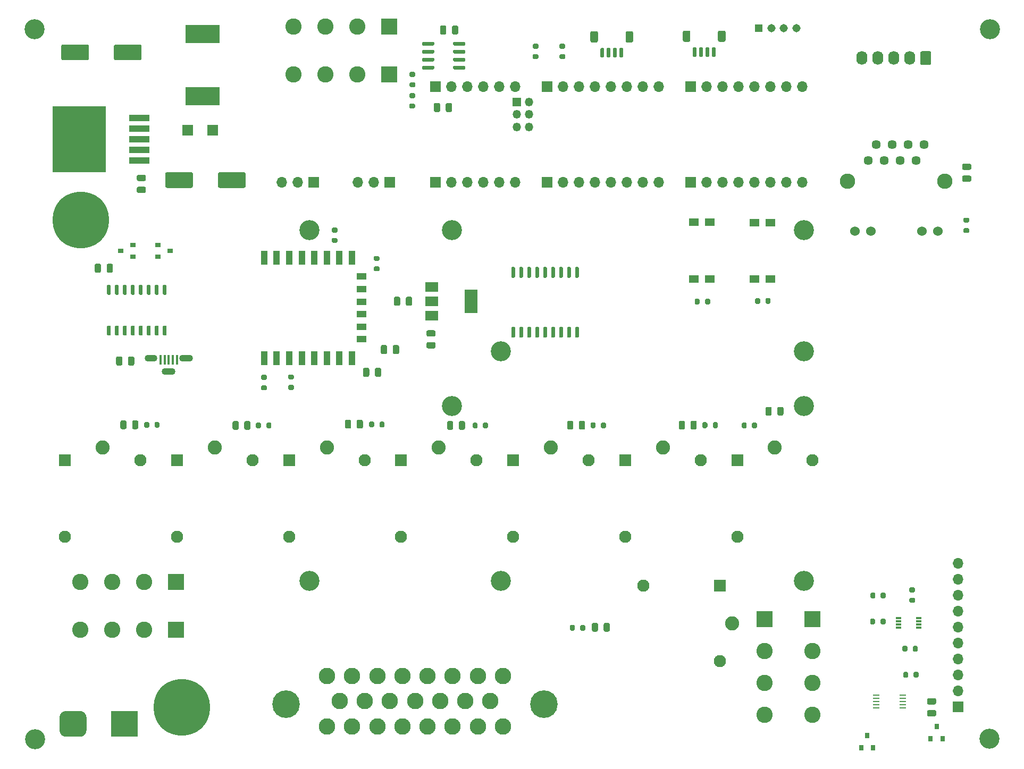
<source format=gbr>
%TF.GenerationSoftware,KiCad,Pcbnew,(5.1.10)-1*%
%TF.CreationDate,2022-11-19T08:35:40-06:00*%
%TF.ProjectId,RC10,52433130-2e6b-4696-9361-645f70636258,rev?*%
%TF.SameCoordinates,Original*%
%TF.FileFunction,Soldermask,Top*%
%TF.FilePolarity,Negative*%
%FSLAX46Y46*%
G04 Gerber Fmt 4.6, Leading zero omitted, Abs format (unit mm)*
G04 Created by KiCad (PCBNEW (5.1.10)-1) date 2022-11-19 08:35:40*
%MOMM*%
%LPD*%
G01*
G04 APERTURE LIST*
%ADD10O,2.200000X1.100000*%
%ADD11O,2.000000X1.100000*%
%ADD12R,0.450000X1.500000*%
%ADD13R,1.100000X0.250000*%
%ADD14C,2.600000*%
%ADD15R,2.600000X2.600000*%
%ADD16O,1.740000X2.190000*%
%ADD17R,0.850000X0.300000*%
%ADD18R,0.800000X0.900000*%
%ADD19C,3.200000*%
%ADD20O,1.700000X1.700000*%
%ADD21R,1.700000X1.700000*%
%ADD22R,1.000000X2.200000*%
%ADD23R,1.500000X1.000000*%
%ADD24R,0.900000X0.800000*%
%ADD25C,1.950000*%
%ADD26C,2.250000*%
%ADD27R,1.950000X1.950000*%
%ADD28C,9.000000*%
%ADD29R,4.300000X4.100000*%
%ADD30C,1.308000*%
%ADD31R,1.308000X1.308000*%
%ADD32R,1.500000X1.300000*%
%ADD33O,1.350000X1.350000*%
%ADD34R,1.350000X1.350000*%
%ADD35R,5.400000X2.900000*%
%ADD36C,2.445000*%
%ADD37C,1.530000*%
%ADD38C,1.446000*%
%ADD39R,8.460000X10.530000*%
%ADD40R,3.210000X1.050000*%
%ADD41R,2.000000X1.500000*%
%ADD42R,2.000000X3.800000*%
%ADD43R,1.800000X1.800000*%
%ADD44C,4.395000*%
%ADD45C,2.625000*%
G04 APERTURE END LIST*
D10*
%TO.C,J9*%
X44780200Y-77969000D03*
X47580200Y-75819000D03*
D11*
X41980200Y-75819000D03*
D12*
X46080200Y-76069000D03*
X45430200Y-76069000D03*
X44780200Y-76069000D03*
X44130200Y-76069000D03*
X43480200Y-76069000D03*
%TD*%
D13*
%TO.C,U6*%
X161712800Y-129530600D03*
X161712800Y-130030600D03*
X161712800Y-130530600D03*
X161712800Y-131030600D03*
X161712800Y-131530600D03*
X157412800Y-131530600D03*
X157412800Y-131030600D03*
X157412800Y-130530600D03*
X157412800Y-130030600D03*
X157412800Y-129530600D03*
%TD*%
%TO.C,C11*%
G36*
G01*
X166743400Y-131020400D02*
X165793400Y-131020400D01*
G75*
G02*
X165543400Y-130770400I0J250000D01*
G01*
X165543400Y-130270400D01*
G75*
G02*
X165793400Y-130020400I250000J0D01*
G01*
X166743400Y-130020400D01*
G75*
G02*
X166993400Y-130270400I0J-250000D01*
G01*
X166993400Y-130770400D01*
G75*
G02*
X166743400Y-131020400I-250000J0D01*
G01*
G37*
G36*
G01*
X166743400Y-132920400D02*
X165793400Y-132920400D01*
G75*
G02*
X165543400Y-132670400I0J250000D01*
G01*
X165543400Y-132170400D01*
G75*
G02*
X165793400Y-131920400I250000J0D01*
G01*
X166743400Y-131920400D01*
G75*
G02*
X166993400Y-132170400I0J-250000D01*
G01*
X166993400Y-132670400D01*
G75*
G02*
X166743400Y-132920400I-250000J0D01*
G01*
G37*
%TD*%
D14*
%TO.C,KF3*%
X64617600Y-30608400D03*
X64617600Y-22988400D03*
X69697600Y-30608400D03*
X69697600Y-22988400D03*
X74777600Y-30608400D03*
X74777600Y-22988400D03*
D15*
X79857600Y-30608400D03*
X79857600Y-22988400D03*
%TD*%
D14*
%TO.C,KF2*%
X147321400Y-132689600D03*
X139701400Y-132689600D03*
X147321400Y-127609600D03*
X139701400Y-127609600D03*
X147321400Y-122529600D03*
X139701400Y-122529600D03*
D15*
X147321400Y-117449600D03*
X139701400Y-117449600D03*
%TD*%
D14*
%TO.C,KF1*%
X30657800Y-119102000D03*
X30657800Y-111482000D03*
X35737800Y-119102000D03*
X35737800Y-111482000D03*
X40817800Y-119102000D03*
X40817800Y-111482000D03*
D15*
X45897800Y-119102000D03*
X45897800Y-111482000D03*
%TD*%
%TO.C,U5*%
G36*
G01*
X87069800Y-29415600D02*
X87069800Y-29715600D01*
G75*
G02*
X86919800Y-29865600I-150000J0D01*
G01*
X85269800Y-29865600D01*
G75*
G02*
X85119800Y-29715600I0J150000D01*
G01*
X85119800Y-29415600D01*
G75*
G02*
X85269800Y-29265600I150000J0D01*
G01*
X86919800Y-29265600D01*
G75*
G02*
X87069800Y-29415600I0J-150000D01*
G01*
G37*
G36*
G01*
X87069800Y-28145600D02*
X87069800Y-28445600D01*
G75*
G02*
X86919800Y-28595600I-150000J0D01*
G01*
X85269800Y-28595600D01*
G75*
G02*
X85119800Y-28445600I0J150000D01*
G01*
X85119800Y-28145600D01*
G75*
G02*
X85269800Y-27995600I150000J0D01*
G01*
X86919800Y-27995600D01*
G75*
G02*
X87069800Y-28145600I0J-150000D01*
G01*
G37*
G36*
G01*
X87069800Y-26875600D02*
X87069800Y-27175600D01*
G75*
G02*
X86919800Y-27325600I-150000J0D01*
G01*
X85269800Y-27325600D01*
G75*
G02*
X85119800Y-27175600I0J150000D01*
G01*
X85119800Y-26875600D01*
G75*
G02*
X85269800Y-26725600I150000J0D01*
G01*
X86919800Y-26725600D01*
G75*
G02*
X87069800Y-26875600I0J-150000D01*
G01*
G37*
G36*
G01*
X87069800Y-25605600D02*
X87069800Y-25905600D01*
G75*
G02*
X86919800Y-26055600I-150000J0D01*
G01*
X85269800Y-26055600D01*
G75*
G02*
X85119800Y-25905600I0J150000D01*
G01*
X85119800Y-25605600D01*
G75*
G02*
X85269800Y-25455600I150000J0D01*
G01*
X86919800Y-25455600D01*
G75*
G02*
X87069800Y-25605600I0J-150000D01*
G01*
G37*
G36*
G01*
X92019800Y-25605600D02*
X92019800Y-25905600D01*
G75*
G02*
X91869800Y-26055600I-150000J0D01*
G01*
X90219800Y-26055600D01*
G75*
G02*
X90069800Y-25905600I0J150000D01*
G01*
X90069800Y-25605600D01*
G75*
G02*
X90219800Y-25455600I150000J0D01*
G01*
X91869800Y-25455600D01*
G75*
G02*
X92019800Y-25605600I0J-150000D01*
G01*
G37*
G36*
G01*
X92019800Y-26875600D02*
X92019800Y-27175600D01*
G75*
G02*
X91869800Y-27325600I-150000J0D01*
G01*
X90219800Y-27325600D01*
G75*
G02*
X90069800Y-27175600I0J150000D01*
G01*
X90069800Y-26875600D01*
G75*
G02*
X90219800Y-26725600I150000J0D01*
G01*
X91869800Y-26725600D01*
G75*
G02*
X92019800Y-26875600I0J-150000D01*
G01*
G37*
G36*
G01*
X92019800Y-28145600D02*
X92019800Y-28445600D01*
G75*
G02*
X91869800Y-28595600I-150000J0D01*
G01*
X90219800Y-28595600D01*
G75*
G02*
X90069800Y-28445600I0J150000D01*
G01*
X90069800Y-28145600D01*
G75*
G02*
X90219800Y-27995600I150000J0D01*
G01*
X91869800Y-27995600D01*
G75*
G02*
X92019800Y-28145600I0J-150000D01*
G01*
G37*
G36*
G01*
X92019800Y-29415600D02*
X92019800Y-29715600D01*
G75*
G02*
X91869800Y-29865600I-150000J0D01*
G01*
X90219800Y-29865600D01*
G75*
G02*
X90069800Y-29715600I0J150000D01*
G01*
X90069800Y-29415600D01*
G75*
G02*
X90219800Y-29265600I150000J0D01*
G01*
X91869800Y-29265600D01*
G75*
G02*
X92019800Y-29415600I0J-150000D01*
G01*
G37*
%TD*%
%TO.C,R24*%
G36*
G01*
X83316400Y-31895600D02*
X83866400Y-31895600D01*
G75*
G02*
X84066400Y-32095600I0J-200000D01*
G01*
X84066400Y-32495600D01*
G75*
G02*
X83866400Y-32695600I-200000J0D01*
G01*
X83316400Y-32695600D01*
G75*
G02*
X83116400Y-32495600I0J200000D01*
G01*
X83116400Y-32095600D01*
G75*
G02*
X83316400Y-31895600I200000J0D01*
G01*
G37*
G36*
G01*
X83316400Y-30245600D02*
X83866400Y-30245600D01*
G75*
G02*
X84066400Y-30445600I0J-200000D01*
G01*
X84066400Y-30845600D01*
G75*
G02*
X83866400Y-31045600I-200000J0D01*
G01*
X83316400Y-31045600D01*
G75*
G02*
X83116400Y-30845600I0J200000D01*
G01*
X83116400Y-30445600D01*
G75*
G02*
X83316400Y-30245600I200000J0D01*
G01*
G37*
%TD*%
%TO.C,R23*%
G36*
G01*
X83815600Y-34423800D02*
X83265600Y-34423800D01*
G75*
G02*
X83065600Y-34223800I0J200000D01*
G01*
X83065600Y-33823800D01*
G75*
G02*
X83265600Y-33623800I200000J0D01*
G01*
X83815600Y-33623800D01*
G75*
G02*
X84015600Y-33823800I0J-200000D01*
G01*
X84015600Y-34223800D01*
G75*
G02*
X83815600Y-34423800I-200000J0D01*
G01*
G37*
G36*
G01*
X83815600Y-36073800D02*
X83265600Y-36073800D01*
G75*
G02*
X83065600Y-35873800I0J200000D01*
G01*
X83065600Y-35473800D01*
G75*
G02*
X83265600Y-35273800I200000J0D01*
G01*
X83815600Y-35273800D01*
G75*
G02*
X84015600Y-35473800I0J-200000D01*
G01*
X84015600Y-35873800D01*
G75*
G02*
X83815600Y-36073800I-200000J0D01*
G01*
G37*
%TD*%
D16*
%TO.C,J13*%
X155168600Y-28041600D03*
X157708600Y-28041600D03*
X160248600Y-28041600D03*
X162788600Y-28041600D03*
G36*
G01*
X166198600Y-27196599D02*
X166198600Y-28886601D01*
G75*
G02*
X165948601Y-29136600I-249999J0D01*
G01*
X164708599Y-29136600D01*
G75*
G02*
X164458600Y-28886601I0J249999D01*
G01*
X164458600Y-27196599D01*
G75*
G02*
X164708599Y-26946600I249999J0D01*
G01*
X165948601Y-26946600D01*
G75*
G02*
X166198600Y-27196599I0J-249999D01*
G01*
G37*
%TD*%
%TO.C,C10*%
G36*
G01*
X89883400Y-24046200D02*
X89883400Y-23096200D01*
G75*
G02*
X90133400Y-22846200I250000J0D01*
G01*
X90633400Y-22846200D01*
G75*
G02*
X90883400Y-23096200I0J-250000D01*
G01*
X90883400Y-24046200D01*
G75*
G02*
X90633400Y-24296200I-250000J0D01*
G01*
X90133400Y-24296200D01*
G75*
G02*
X89883400Y-24046200I0J250000D01*
G01*
G37*
G36*
G01*
X87983400Y-24046200D02*
X87983400Y-23096200D01*
G75*
G02*
X88233400Y-22846200I250000J0D01*
G01*
X88733400Y-22846200D01*
G75*
G02*
X88983400Y-23096200I0J-250000D01*
G01*
X88983400Y-24046200D01*
G75*
G02*
X88733400Y-24296200I-250000J0D01*
G01*
X88233400Y-24296200D01*
G75*
G02*
X87983400Y-24046200I0J250000D01*
G01*
G37*
%TD*%
D17*
%TO.C,IC3*%
X161035800Y-117283800D03*
X161035800Y-117783800D03*
X161035800Y-118283800D03*
X161035800Y-118783800D03*
X164185800Y-118783800D03*
X164185800Y-118283800D03*
X164185800Y-117783800D03*
X164185800Y-117283800D03*
%TD*%
D18*
%TO.C,D12*%
X155981400Y-135931400D03*
X156931400Y-137931400D03*
X155031400Y-137931400D03*
%TD*%
D19*
%TO.C,REF\u002A\u002A*%
X145887800Y-83485600D03*
X89887800Y-83485600D03*
X89887800Y-55485600D03*
X145887800Y-55485600D03*
X145887800Y-111365600D03*
X67147800Y-111365600D03*
X67147800Y-55485600D03*
X145887800Y-74785600D03*
X97627800Y-74785600D03*
X97627800Y-111365600D03*
%TD*%
%TO.C,R22*%
G36*
G01*
X157283600Y-117530200D02*
X157283600Y-118080200D01*
G75*
G02*
X157083600Y-118280200I-200000J0D01*
G01*
X156683600Y-118280200D01*
G75*
G02*
X156483600Y-118080200I0J200000D01*
G01*
X156483600Y-117530200D01*
G75*
G02*
X156683600Y-117330200I200000J0D01*
G01*
X157083600Y-117330200D01*
G75*
G02*
X157283600Y-117530200I0J-200000D01*
G01*
G37*
G36*
G01*
X158933600Y-117530200D02*
X158933600Y-118080200D01*
G75*
G02*
X158733600Y-118280200I-200000J0D01*
G01*
X158333600Y-118280200D01*
G75*
G02*
X158133600Y-118080200I0J200000D01*
G01*
X158133600Y-117530200D01*
G75*
G02*
X158333600Y-117330200I200000J0D01*
G01*
X158733600Y-117330200D01*
G75*
G02*
X158933600Y-117530200I0J-200000D01*
G01*
G37*
%TD*%
%TO.C,R21*%
G36*
G01*
X157309000Y-113390000D02*
X157309000Y-113940000D01*
G75*
G02*
X157109000Y-114140000I-200000J0D01*
G01*
X156709000Y-114140000D01*
G75*
G02*
X156509000Y-113940000I0J200000D01*
G01*
X156509000Y-113390000D01*
G75*
G02*
X156709000Y-113190000I200000J0D01*
G01*
X157109000Y-113190000D01*
G75*
G02*
X157309000Y-113390000I0J-200000D01*
G01*
G37*
G36*
G01*
X158959000Y-113390000D02*
X158959000Y-113940000D01*
G75*
G02*
X158759000Y-114140000I-200000J0D01*
G01*
X158359000Y-114140000D01*
G75*
G02*
X158159000Y-113940000I0J200000D01*
G01*
X158159000Y-113390000D01*
G75*
G02*
X158359000Y-113190000I200000J0D01*
G01*
X158759000Y-113190000D01*
G75*
G02*
X158959000Y-113390000I0J-200000D01*
G01*
G37*
%TD*%
%TO.C,R20*%
G36*
G01*
X162894600Y-114013800D02*
X163444600Y-114013800D01*
G75*
G02*
X163644600Y-114213800I0J-200000D01*
G01*
X163644600Y-114613800D01*
G75*
G02*
X163444600Y-114813800I-200000J0D01*
G01*
X162894600Y-114813800D01*
G75*
G02*
X162694600Y-114613800I0J200000D01*
G01*
X162694600Y-114213800D01*
G75*
G02*
X162894600Y-114013800I200000J0D01*
G01*
G37*
G36*
G01*
X162894600Y-112363800D02*
X163444600Y-112363800D01*
G75*
G02*
X163644600Y-112563800I0J-200000D01*
G01*
X163644600Y-112963800D01*
G75*
G02*
X163444600Y-113163800I-200000J0D01*
G01*
X162894600Y-113163800D01*
G75*
G02*
X162694600Y-112963800I0J200000D01*
G01*
X162694600Y-112563800D01*
G75*
G02*
X162894600Y-112363800I200000J0D01*
G01*
G37*
%TD*%
%TO.C,R19*%
G36*
G01*
X163264400Y-122423600D02*
X163264400Y-121873600D01*
G75*
G02*
X163464400Y-121673600I200000J0D01*
G01*
X163864400Y-121673600D01*
G75*
G02*
X164064400Y-121873600I0J-200000D01*
G01*
X164064400Y-122423600D01*
G75*
G02*
X163864400Y-122623600I-200000J0D01*
G01*
X163464400Y-122623600D01*
G75*
G02*
X163264400Y-122423600I0J200000D01*
G01*
G37*
G36*
G01*
X161614400Y-122423600D02*
X161614400Y-121873600D01*
G75*
G02*
X161814400Y-121673600I200000J0D01*
G01*
X162214400Y-121673600D01*
G75*
G02*
X162414400Y-121873600I0J-200000D01*
G01*
X162414400Y-122423600D01*
G75*
G02*
X162214400Y-122623600I-200000J0D01*
G01*
X161814400Y-122623600D01*
G75*
G02*
X161614400Y-122423600I0J200000D01*
G01*
G37*
%TD*%
%TO.C,R18*%
G36*
G01*
X163391400Y-126563800D02*
X163391400Y-126013800D01*
G75*
G02*
X163591400Y-125813800I200000J0D01*
G01*
X163991400Y-125813800D01*
G75*
G02*
X164191400Y-126013800I0J-200000D01*
G01*
X164191400Y-126563800D01*
G75*
G02*
X163991400Y-126763800I-200000J0D01*
G01*
X163591400Y-126763800D01*
G75*
G02*
X163391400Y-126563800I0J200000D01*
G01*
G37*
G36*
G01*
X161741400Y-126563800D02*
X161741400Y-126013800D01*
G75*
G02*
X161941400Y-125813800I200000J0D01*
G01*
X162341400Y-125813800D01*
G75*
G02*
X162541400Y-126013800I0J-200000D01*
G01*
X162541400Y-126563800D01*
G75*
G02*
X162341400Y-126763800I-200000J0D01*
G01*
X161941400Y-126763800D01*
G75*
G02*
X161741400Y-126563800I0J200000D01*
G01*
G37*
%TD*%
D20*
%TO.C,J19*%
X170510200Y-108534200D03*
X170510200Y-111074200D03*
X170510200Y-113614200D03*
X170510200Y-116154200D03*
X170510200Y-118694200D03*
X170510200Y-121234200D03*
X170510200Y-123774200D03*
X170510200Y-126314200D03*
X170510200Y-128854200D03*
D21*
X170510200Y-131394200D03*
%TD*%
D18*
%TO.C,D11*%
X167055800Y-134509000D03*
X168005800Y-136509000D03*
X166105800Y-136509000D03*
%TD*%
D20*
%TO.C,J18*%
X74853800Y-47852800D03*
X77393800Y-47852800D03*
D21*
X79933800Y-47852800D03*
%TD*%
D20*
%TO.C,J10*%
X62814200Y-47852800D03*
X65354200Y-47852800D03*
D21*
X67894200Y-47852800D03*
%TD*%
D22*
%TO.C,U4*%
X59963400Y-59844400D03*
X61963400Y-59844400D03*
X63963400Y-59844400D03*
X65963400Y-59844400D03*
X67963400Y-59844400D03*
X69963400Y-59844400D03*
X71963400Y-59844400D03*
X73963400Y-59844400D03*
X59963400Y-75844400D03*
X61963400Y-75844400D03*
X63963400Y-75844400D03*
X65963400Y-75844400D03*
X67963400Y-75844400D03*
X69963400Y-75844400D03*
X71963400Y-75844400D03*
X73963400Y-75844400D03*
D23*
X75463400Y-72844400D03*
X75463400Y-70844400D03*
X75463400Y-68844400D03*
X75463400Y-62844400D03*
X75463400Y-64844400D03*
X75463400Y-66844400D03*
%TD*%
%TO.C,U8*%
G36*
G01*
X35405200Y-65749000D02*
X35105200Y-65749000D01*
G75*
G02*
X34955200Y-65599000I0J150000D01*
G01*
X34955200Y-64299000D01*
G75*
G02*
X35105200Y-64149000I150000J0D01*
G01*
X35405200Y-64149000D01*
G75*
G02*
X35555200Y-64299000I0J-150000D01*
G01*
X35555200Y-65599000D01*
G75*
G02*
X35405200Y-65749000I-150000J0D01*
G01*
G37*
G36*
G01*
X36675200Y-65749000D02*
X36375200Y-65749000D01*
G75*
G02*
X36225200Y-65599000I0J150000D01*
G01*
X36225200Y-64299000D01*
G75*
G02*
X36375200Y-64149000I150000J0D01*
G01*
X36675200Y-64149000D01*
G75*
G02*
X36825200Y-64299000I0J-150000D01*
G01*
X36825200Y-65599000D01*
G75*
G02*
X36675200Y-65749000I-150000J0D01*
G01*
G37*
G36*
G01*
X37945200Y-65749000D02*
X37645200Y-65749000D01*
G75*
G02*
X37495200Y-65599000I0J150000D01*
G01*
X37495200Y-64299000D01*
G75*
G02*
X37645200Y-64149000I150000J0D01*
G01*
X37945200Y-64149000D01*
G75*
G02*
X38095200Y-64299000I0J-150000D01*
G01*
X38095200Y-65599000D01*
G75*
G02*
X37945200Y-65749000I-150000J0D01*
G01*
G37*
G36*
G01*
X39215200Y-65749000D02*
X38915200Y-65749000D01*
G75*
G02*
X38765200Y-65599000I0J150000D01*
G01*
X38765200Y-64299000D01*
G75*
G02*
X38915200Y-64149000I150000J0D01*
G01*
X39215200Y-64149000D01*
G75*
G02*
X39365200Y-64299000I0J-150000D01*
G01*
X39365200Y-65599000D01*
G75*
G02*
X39215200Y-65749000I-150000J0D01*
G01*
G37*
G36*
G01*
X40485200Y-65749000D02*
X40185200Y-65749000D01*
G75*
G02*
X40035200Y-65599000I0J150000D01*
G01*
X40035200Y-64299000D01*
G75*
G02*
X40185200Y-64149000I150000J0D01*
G01*
X40485200Y-64149000D01*
G75*
G02*
X40635200Y-64299000I0J-150000D01*
G01*
X40635200Y-65599000D01*
G75*
G02*
X40485200Y-65749000I-150000J0D01*
G01*
G37*
G36*
G01*
X41755200Y-65749000D02*
X41455200Y-65749000D01*
G75*
G02*
X41305200Y-65599000I0J150000D01*
G01*
X41305200Y-64299000D01*
G75*
G02*
X41455200Y-64149000I150000J0D01*
G01*
X41755200Y-64149000D01*
G75*
G02*
X41905200Y-64299000I0J-150000D01*
G01*
X41905200Y-65599000D01*
G75*
G02*
X41755200Y-65749000I-150000J0D01*
G01*
G37*
G36*
G01*
X43025200Y-65749000D02*
X42725200Y-65749000D01*
G75*
G02*
X42575200Y-65599000I0J150000D01*
G01*
X42575200Y-64299000D01*
G75*
G02*
X42725200Y-64149000I150000J0D01*
G01*
X43025200Y-64149000D01*
G75*
G02*
X43175200Y-64299000I0J-150000D01*
G01*
X43175200Y-65599000D01*
G75*
G02*
X43025200Y-65749000I-150000J0D01*
G01*
G37*
G36*
G01*
X44295200Y-65749000D02*
X43995200Y-65749000D01*
G75*
G02*
X43845200Y-65599000I0J150000D01*
G01*
X43845200Y-64299000D01*
G75*
G02*
X43995200Y-64149000I150000J0D01*
G01*
X44295200Y-64149000D01*
G75*
G02*
X44445200Y-64299000I0J-150000D01*
G01*
X44445200Y-65599000D01*
G75*
G02*
X44295200Y-65749000I-150000J0D01*
G01*
G37*
G36*
G01*
X44295200Y-72249000D02*
X43995200Y-72249000D01*
G75*
G02*
X43845200Y-72099000I0J150000D01*
G01*
X43845200Y-70799000D01*
G75*
G02*
X43995200Y-70649000I150000J0D01*
G01*
X44295200Y-70649000D01*
G75*
G02*
X44445200Y-70799000I0J-150000D01*
G01*
X44445200Y-72099000D01*
G75*
G02*
X44295200Y-72249000I-150000J0D01*
G01*
G37*
G36*
G01*
X43025200Y-72249000D02*
X42725200Y-72249000D01*
G75*
G02*
X42575200Y-72099000I0J150000D01*
G01*
X42575200Y-70799000D01*
G75*
G02*
X42725200Y-70649000I150000J0D01*
G01*
X43025200Y-70649000D01*
G75*
G02*
X43175200Y-70799000I0J-150000D01*
G01*
X43175200Y-72099000D01*
G75*
G02*
X43025200Y-72249000I-150000J0D01*
G01*
G37*
G36*
G01*
X41755200Y-72249000D02*
X41455200Y-72249000D01*
G75*
G02*
X41305200Y-72099000I0J150000D01*
G01*
X41305200Y-70799000D01*
G75*
G02*
X41455200Y-70649000I150000J0D01*
G01*
X41755200Y-70649000D01*
G75*
G02*
X41905200Y-70799000I0J-150000D01*
G01*
X41905200Y-72099000D01*
G75*
G02*
X41755200Y-72249000I-150000J0D01*
G01*
G37*
G36*
G01*
X40485200Y-72249000D02*
X40185200Y-72249000D01*
G75*
G02*
X40035200Y-72099000I0J150000D01*
G01*
X40035200Y-70799000D01*
G75*
G02*
X40185200Y-70649000I150000J0D01*
G01*
X40485200Y-70649000D01*
G75*
G02*
X40635200Y-70799000I0J-150000D01*
G01*
X40635200Y-72099000D01*
G75*
G02*
X40485200Y-72249000I-150000J0D01*
G01*
G37*
G36*
G01*
X39215200Y-72249000D02*
X38915200Y-72249000D01*
G75*
G02*
X38765200Y-72099000I0J150000D01*
G01*
X38765200Y-70799000D01*
G75*
G02*
X38915200Y-70649000I150000J0D01*
G01*
X39215200Y-70649000D01*
G75*
G02*
X39365200Y-70799000I0J-150000D01*
G01*
X39365200Y-72099000D01*
G75*
G02*
X39215200Y-72249000I-150000J0D01*
G01*
G37*
G36*
G01*
X37945200Y-72249000D02*
X37645200Y-72249000D01*
G75*
G02*
X37495200Y-72099000I0J150000D01*
G01*
X37495200Y-70799000D01*
G75*
G02*
X37645200Y-70649000I150000J0D01*
G01*
X37945200Y-70649000D01*
G75*
G02*
X38095200Y-70799000I0J-150000D01*
G01*
X38095200Y-72099000D01*
G75*
G02*
X37945200Y-72249000I-150000J0D01*
G01*
G37*
G36*
G01*
X36675200Y-72249000D02*
X36375200Y-72249000D01*
G75*
G02*
X36225200Y-72099000I0J150000D01*
G01*
X36225200Y-70799000D01*
G75*
G02*
X36375200Y-70649000I150000J0D01*
G01*
X36675200Y-70649000D01*
G75*
G02*
X36825200Y-70799000I0J-150000D01*
G01*
X36825200Y-72099000D01*
G75*
G02*
X36675200Y-72249000I-150000J0D01*
G01*
G37*
G36*
G01*
X35405200Y-72249000D02*
X35105200Y-72249000D01*
G75*
G02*
X34955200Y-72099000I0J150000D01*
G01*
X34955200Y-70799000D01*
G75*
G02*
X35105200Y-70649000I150000J0D01*
G01*
X35405200Y-70649000D01*
G75*
G02*
X35555200Y-70799000I0J-150000D01*
G01*
X35555200Y-72099000D01*
G75*
G02*
X35405200Y-72249000I-150000J0D01*
G01*
G37*
%TD*%
%TO.C,R17*%
G36*
G01*
X78151400Y-60357200D02*
X77601400Y-60357200D01*
G75*
G02*
X77401400Y-60157200I0J200000D01*
G01*
X77401400Y-59757200D01*
G75*
G02*
X77601400Y-59557200I200000J0D01*
G01*
X78151400Y-59557200D01*
G75*
G02*
X78351400Y-59757200I0J-200000D01*
G01*
X78351400Y-60157200D01*
G75*
G02*
X78151400Y-60357200I-200000J0D01*
G01*
G37*
G36*
G01*
X78151400Y-62007200D02*
X77601400Y-62007200D01*
G75*
G02*
X77401400Y-61807200I0J200000D01*
G01*
X77401400Y-61407200D01*
G75*
G02*
X77601400Y-61207200I200000J0D01*
G01*
X78151400Y-61207200D01*
G75*
G02*
X78351400Y-61407200I0J-200000D01*
G01*
X78351400Y-61807200D01*
G75*
G02*
X78151400Y-62007200I-200000J0D01*
G01*
G37*
%TD*%
%TO.C,R16*%
G36*
G01*
X70921200Y-56686000D02*
X71471200Y-56686000D01*
G75*
G02*
X71671200Y-56886000I0J-200000D01*
G01*
X71671200Y-57286000D01*
G75*
G02*
X71471200Y-57486000I-200000J0D01*
G01*
X70921200Y-57486000D01*
G75*
G02*
X70721200Y-57286000I0J200000D01*
G01*
X70721200Y-56886000D01*
G75*
G02*
X70921200Y-56686000I200000J0D01*
G01*
G37*
G36*
G01*
X70921200Y-55036000D02*
X71471200Y-55036000D01*
G75*
G02*
X71671200Y-55236000I0J-200000D01*
G01*
X71671200Y-55636000D01*
G75*
G02*
X71471200Y-55836000I-200000J0D01*
G01*
X70921200Y-55836000D01*
G75*
G02*
X70721200Y-55636000I0J200000D01*
G01*
X70721200Y-55236000D01*
G75*
G02*
X70921200Y-55036000I200000J0D01*
G01*
G37*
%TD*%
%TO.C,R15*%
G36*
G01*
X63987000Y-80104800D02*
X64537000Y-80104800D01*
G75*
G02*
X64737000Y-80304800I0J-200000D01*
G01*
X64737000Y-80704800D01*
G75*
G02*
X64537000Y-80904800I-200000J0D01*
G01*
X63987000Y-80904800D01*
G75*
G02*
X63787000Y-80704800I0J200000D01*
G01*
X63787000Y-80304800D01*
G75*
G02*
X63987000Y-80104800I200000J0D01*
G01*
G37*
G36*
G01*
X63987000Y-78454800D02*
X64537000Y-78454800D01*
G75*
G02*
X64737000Y-78654800I0J-200000D01*
G01*
X64737000Y-79054800D01*
G75*
G02*
X64537000Y-79254800I-200000J0D01*
G01*
X63987000Y-79254800D01*
G75*
G02*
X63787000Y-79054800I0J200000D01*
G01*
X63787000Y-78654800D01*
G75*
G02*
X63987000Y-78454800I200000J0D01*
G01*
G37*
%TD*%
%TO.C,R14*%
G36*
G01*
X59669000Y-80155600D02*
X60219000Y-80155600D01*
G75*
G02*
X60419000Y-80355600I0J-200000D01*
G01*
X60419000Y-80755600D01*
G75*
G02*
X60219000Y-80955600I-200000J0D01*
G01*
X59669000Y-80955600D01*
G75*
G02*
X59469000Y-80755600I0J200000D01*
G01*
X59469000Y-80355600D01*
G75*
G02*
X59669000Y-80155600I200000J0D01*
G01*
G37*
G36*
G01*
X59669000Y-78505600D02*
X60219000Y-78505600D01*
G75*
G02*
X60419000Y-78705600I0J-200000D01*
G01*
X60419000Y-79105600D01*
G75*
G02*
X60219000Y-79305600I-200000J0D01*
G01*
X59669000Y-79305600D01*
G75*
G02*
X59469000Y-79105600I0J200000D01*
G01*
X59469000Y-78705600D01*
G75*
G02*
X59669000Y-78505600I200000J0D01*
G01*
G37*
%TD*%
D24*
%TO.C,Q2*%
X45043600Y-58750200D03*
X43043600Y-59700200D03*
X43043600Y-57800200D03*
%TD*%
%TO.C,Q1*%
X37100000Y-58750200D03*
X39100000Y-57800200D03*
X39100000Y-59700200D03*
%TD*%
%TO.C,C31*%
G36*
G01*
X33992400Y-61043800D02*
X33992400Y-61993800D01*
G75*
G02*
X33742400Y-62243800I-250000J0D01*
G01*
X33242400Y-62243800D01*
G75*
G02*
X32992400Y-61993800I0J250000D01*
G01*
X32992400Y-61043800D01*
G75*
G02*
X33242400Y-60793800I250000J0D01*
G01*
X33742400Y-60793800D01*
G75*
G02*
X33992400Y-61043800I0J-250000D01*
G01*
G37*
G36*
G01*
X35892400Y-61043800D02*
X35892400Y-61993800D01*
G75*
G02*
X35642400Y-62243800I-250000J0D01*
G01*
X35142400Y-62243800D01*
G75*
G02*
X34892400Y-61993800I0J250000D01*
G01*
X34892400Y-61043800D01*
G75*
G02*
X35142400Y-60793800I250000J0D01*
G01*
X35642400Y-60793800D01*
G75*
G02*
X35892400Y-61043800I0J-250000D01*
G01*
G37*
%TD*%
%TO.C,C30*%
G36*
G01*
X37396000Y-75826600D02*
X37396000Y-76776600D01*
G75*
G02*
X37146000Y-77026600I-250000J0D01*
G01*
X36646000Y-77026600D01*
G75*
G02*
X36396000Y-76776600I0J250000D01*
G01*
X36396000Y-75826600D01*
G75*
G02*
X36646000Y-75576600I250000J0D01*
G01*
X37146000Y-75576600D01*
G75*
G02*
X37396000Y-75826600I0J-250000D01*
G01*
G37*
G36*
G01*
X39296000Y-75826600D02*
X39296000Y-76776600D01*
G75*
G02*
X39046000Y-77026600I-250000J0D01*
G01*
X38546000Y-77026600D01*
G75*
G02*
X38296000Y-76776600I0J250000D01*
G01*
X38296000Y-75826600D01*
G75*
G02*
X38546000Y-75576600I250000J0D01*
G01*
X39046000Y-75576600D01*
G75*
G02*
X39296000Y-75826600I0J-250000D01*
G01*
G37*
%TD*%
%TO.C,C9*%
G36*
G01*
X77615200Y-78580000D02*
X77615200Y-77630000D01*
G75*
G02*
X77865200Y-77380000I250000J0D01*
G01*
X78365200Y-77380000D01*
G75*
G02*
X78615200Y-77630000I0J-250000D01*
G01*
X78615200Y-78580000D01*
G75*
G02*
X78365200Y-78830000I-250000J0D01*
G01*
X77865200Y-78830000D01*
G75*
G02*
X77615200Y-78580000I0J250000D01*
G01*
G37*
G36*
G01*
X75715200Y-78580000D02*
X75715200Y-77630000D01*
G75*
G02*
X75965200Y-77380000I250000J0D01*
G01*
X76465200Y-77380000D01*
G75*
G02*
X76715200Y-77630000I0J-250000D01*
G01*
X76715200Y-78580000D01*
G75*
G02*
X76465200Y-78830000I-250000J0D01*
G01*
X75965200Y-78830000D01*
G75*
G02*
X75715200Y-78580000I0J250000D01*
G01*
G37*
%TD*%
%TO.C,C7*%
G36*
G01*
X80460000Y-74947800D02*
X80460000Y-73997800D01*
G75*
G02*
X80710000Y-73747800I250000J0D01*
G01*
X81210000Y-73747800D01*
G75*
G02*
X81460000Y-73997800I0J-250000D01*
G01*
X81460000Y-74947800D01*
G75*
G02*
X81210000Y-75197800I-250000J0D01*
G01*
X80710000Y-75197800D01*
G75*
G02*
X80460000Y-74947800I0J250000D01*
G01*
G37*
G36*
G01*
X78560000Y-74947800D02*
X78560000Y-73997800D01*
G75*
G02*
X78810000Y-73747800I250000J0D01*
G01*
X79310000Y-73747800D01*
G75*
G02*
X79560000Y-73997800I0J-250000D01*
G01*
X79560000Y-74947800D01*
G75*
G02*
X79310000Y-75197800I-250000J0D01*
G01*
X78810000Y-75197800D01*
G75*
G02*
X78560000Y-74947800I0J250000D01*
G01*
G37*
%TD*%
%TO.C,C2*%
G36*
G01*
X86062800Y-73297200D02*
X87012800Y-73297200D01*
G75*
G02*
X87262800Y-73547200I0J-250000D01*
G01*
X87262800Y-74047200D01*
G75*
G02*
X87012800Y-74297200I-250000J0D01*
G01*
X86062800Y-74297200D01*
G75*
G02*
X85812800Y-74047200I0J250000D01*
G01*
X85812800Y-73547200D01*
G75*
G02*
X86062800Y-73297200I250000J0D01*
G01*
G37*
G36*
G01*
X86062800Y-71397200D02*
X87012800Y-71397200D01*
G75*
G02*
X87262800Y-71647200I0J-250000D01*
G01*
X87262800Y-72147200D01*
G75*
G02*
X87012800Y-72397200I-250000J0D01*
G01*
X86062800Y-72397200D01*
G75*
G02*
X85812800Y-72147200I0J250000D01*
G01*
X85812800Y-71647200D01*
G75*
G02*
X86062800Y-71397200I250000J0D01*
G01*
G37*
%TD*%
%TO.C,R13*%
G36*
G01*
X103475200Y-26552200D02*
X102925200Y-26552200D01*
G75*
G02*
X102725200Y-26352200I0J200000D01*
G01*
X102725200Y-25952200D01*
G75*
G02*
X102925200Y-25752200I200000J0D01*
G01*
X103475200Y-25752200D01*
G75*
G02*
X103675200Y-25952200I0J-200000D01*
G01*
X103675200Y-26352200D01*
G75*
G02*
X103475200Y-26552200I-200000J0D01*
G01*
G37*
G36*
G01*
X103475200Y-28202200D02*
X102925200Y-28202200D01*
G75*
G02*
X102725200Y-28002200I0J200000D01*
G01*
X102725200Y-27602200D01*
G75*
G02*
X102925200Y-27402200I200000J0D01*
G01*
X103475200Y-27402200D01*
G75*
G02*
X103675200Y-27602200I0J-200000D01*
G01*
X103675200Y-28002200D01*
G75*
G02*
X103475200Y-28202200I-200000J0D01*
G01*
G37*
%TD*%
%TO.C,R12*%
G36*
G01*
X107742400Y-26552200D02*
X107192400Y-26552200D01*
G75*
G02*
X106992400Y-26352200I0J200000D01*
G01*
X106992400Y-25952200D01*
G75*
G02*
X107192400Y-25752200I200000J0D01*
G01*
X107742400Y-25752200D01*
G75*
G02*
X107942400Y-25952200I0J-200000D01*
G01*
X107942400Y-26352200D01*
G75*
G02*
X107742400Y-26552200I-200000J0D01*
G01*
G37*
G36*
G01*
X107742400Y-28202200D02*
X107192400Y-28202200D01*
G75*
G02*
X106992400Y-28002200I0J200000D01*
G01*
X106992400Y-27602200D01*
G75*
G02*
X107192400Y-27402200I200000J0D01*
G01*
X107742400Y-27402200D01*
G75*
G02*
X107942400Y-27602200I0J-200000D01*
G01*
X107942400Y-28002200D01*
G75*
G02*
X107742400Y-28202200I-200000J0D01*
G01*
G37*
%TD*%
%TO.C,R11*%
G36*
G01*
X171505200Y-55111200D02*
X172055200Y-55111200D01*
G75*
G02*
X172255200Y-55311200I0J-200000D01*
G01*
X172255200Y-55711200D01*
G75*
G02*
X172055200Y-55911200I-200000J0D01*
G01*
X171505200Y-55911200D01*
G75*
G02*
X171305200Y-55711200I0J200000D01*
G01*
X171305200Y-55311200D01*
G75*
G02*
X171505200Y-55111200I200000J0D01*
G01*
G37*
G36*
G01*
X171505200Y-53461200D02*
X172055200Y-53461200D01*
G75*
G02*
X172255200Y-53661200I0J-200000D01*
G01*
X172255200Y-54061200D01*
G75*
G02*
X172055200Y-54261200I-200000J0D01*
G01*
X171505200Y-54261200D01*
G75*
G02*
X171305200Y-54061200I0J200000D01*
G01*
X171305200Y-53661200D01*
G75*
G02*
X171505200Y-53461200I200000J0D01*
G01*
G37*
%TD*%
%TO.C,R2*%
G36*
G01*
X139812600Y-67000800D02*
X139812600Y-66450800D01*
G75*
G02*
X140012600Y-66250800I200000J0D01*
G01*
X140412600Y-66250800D01*
G75*
G02*
X140612600Y-66450800I0J-200000D01*
G01*
X140612600Y-67000800D01*
G75*
G02*
X140412600Y-67200800I-200000J0D01*
G01*
X140012600Y-67200800D01*
G75*
G02*
X139812600Y-67000800I0J200000D01*
G01*
G37*
G36*
G01*
X138162600Y-67000800D02*
X138162600Y-66450800D01*
G75*
G02*
X138362600Y-66250800I200000J0D01*
G01*
X138762600Y-66250800D01*
G75*
G02*
X138962600Y-66450800I0J-200000D01*
G01*
X138962600Y-67000800D01*
G75*
G02*
X138762600Y-67200800I-200000J0D01*
G01*
X138362600Y-67200800D01*
G75*
G02*
X138162600Y-67000800I0J200000D01*
G01*
G37*
%TD*%
%TO.C,R1*%
G36*
G01*
X130186000Y-67102400D02*
X130186000Y-66552400D01*
G75*
G02*
X130386000Y-66352400I200000J0D01*
G01*
X130786000Y-66352400D01*
G75*
G02*
X130986000Y-66552400I0J-200000D01*
G01*
X130986000Y-67102400D01*
G75*
G02*
X130786000Y-67302400I-200000J0D01*
G01*
X130386000Y-67302400D01*
G75*
G02*
X130186000Y-67102400I0J200000D01*
G01*
G37*
G36*
G01*
X128536000Y-67102400D02*
X128536000Y-66552400D01*
G75*
G02*
X128736000Y-66352400I200000J0D01*
G01*
X129136000Y-66352400D01*
G75*
G02*
X129336000Y-66552400I0J-200000D01*
G01*
X129336000Y-67102400D01*
G75*
G02*
X129136000Y-67302400I-200000J0D01*
G01*
X128736000Y-67302400D01*
G75*
G02*
X128536000Y-67102400I0J200000D01*
G01*
G37*
%TD*%
%TO.C,R10*%
G36*
G01*
X110292200Y-119070800D02*
X110292200Y-118520800D01*
G75*
G02*
X110492200Y-118320800I200000J0D01*
G01*
X110892200Y-118320800D01*
G75*
G02*
X111092200Y-118520800I0J-200000D01*
G01*
X111092200Y-119070800D01*
G75*
G02*
X110892200Y-119270800I-200000J0D01*
G01*
X110492200Y-119270800D01*
G75*
G02*
X110292200Y-119070800I0J200000D01*
G01*
G37*
G36*
G01*
X108642200Y-119070800D02*
X108642200Y-118520800D01*
G75*
G02*
X108842200Y-118320800I200000J0D01*
G01*
X109242200Y-118320800D01*
G75*
G02*
X109442200Y-118520800I0J-200000D01*
G01*
X109442200Y-119070800D01*
G75*
G02*
X109242200Y-119270800I-200000J0D01*
G01*
X108842200Y-119270800D01*
G75*
G02*
X108642200Y-119070800I0J200000D01*
G01*
G37*
%TD*%
%TO.C,R9*%
G36*
G01*
X137661200Y-86843800D02*
X137661200Y-86293800D01*
G75*
G02*
X137861200Y-86093800I200000J0D01*
G01*
X138261200Y-86093800D01*
G75*
G02*
X138461200Y-86293800I0J-200000D01*
G01*
X138461200Y-86843800D01*
G75*
G02*
X138261200Y-87043800I-200000J0D01*
G01*
X137861200Y-87043800D01*
G75*
G02*
X137661200Y-86843800I0J200000D01*
G01*
G37*
G36*
G01*
X136011200Y-86843800D02*
X136011200Y-86293800D01*
G75*
G02*
X136211200Y-86093800I200000J0D01*
G01*
X136611200Y-86093800D01*
G75*
G02*
X136811200Y-86293800I0J-200000D01*
G01*
X136811200Y-86843800D01*
G75*
G02*
X136611200Y-87043800I-200000J0D01*
G01*
X136211200Y-87043800D01*
G75*
G02*
X136011200Y-86843800I0J200000D01*
G01*
G37*
%TD*%
%TO.C,R8*%
G36*
G01*
X130562800Y-86237400D02*
X130562800Y-86787400D01*
G75*
G02*
X130362800Y-86987400I-200000J0D01*
G01*
X129962800Y-86987400D01*
G75*
G02*
X129762800Y-86787400I0J200000D01*
G01*
X129762800Y-86237400D01*
G75*
G02*
X129962800Y-86037400I200000J0D01*
G01*
X130362800Y-86037400D01*
G75*
G02*
X130562800Y-86237400I0J-200000D01*
G01*
G37*
G36*
G01*
X132212800Y-86237400D02*
X132212800Y-86787400D01*
G75*
G02*
X132012800Y-86987400I-200000J0D01*
G01*
X131612800Y-86987400D01*
G75*
G02*
X131412800Y-86787400I0J200000D01*
G01*
X131412800Y-86237400D01*
G75*
G02*
X131612800Y-86037400I200000J0D01*
G01*
X132012800Y-86037400D01*
G75*
G02*
X132212800Y-86237400I0J-200000D01*
G01*
G37*
%TD*%
%TO.C,R7*%
G36*
G01*
X112757400Y-86262800D02*
X112757400Y-86812800D01*
G75*
G02*
X112557400Y-87012800I-200000J0D01*
G01*
X112157400Y-87012800D01*
G75*
G02*
X111957400Y-86812800I0J200000D01*
G01*
X111957400Y-86262800D01*
G75*
G02*
X112157400Y-86062800I200000J0D01*
G01*
X112557400Y-86062800D01*
G75*
G02*
X112757400Y-86262800I0J-200000D01*
G01*
G37*
G36*
G01*
X114407400Y-86262800D02*
X114407400Y-86812800D01*
G75*
G02*
X114207400Y-87012800I-200000J0D01*
G01*
X113807400Y-87012800D01*
G75*
G02*
X113607400Y-86812800I0J200000D01*
G01*
X113607400Y-86262800D01*
G75*
G02*
X113807400Y-86062800I200000J0D01*
G01*
X114207400Y-86062800D01*
G75*
G02*
X114407400Y-86262800I0J-200000D01*
G01*
G37*
%TD*%
%TO.C,R6*%
G36*
G01*
X93961400Y-86288200D02*
X93961400Y-86838200D01*
G75*
G02*
X93761400Y-87038200I-200000J0D01*
G01*
X93361400Y-87038200D01*
G75*
G02*
X93161400Y-86838200I0J200000D01*
G01*
X93161400Y-86288200D01*
G75*
G02*
X93361400Y-86088200I200000J0D01*
G01*
X93761400Y-86088200D01*
G75*
G02*
X93961400Y-86288200I0J-200000D01*
G01*
G37*
G36*
G01*
X95611400Y-86288200D02*
X95611400Y-86838200D01*
G75*
G02*
X95411400Y-87038200I-200000J0D01*
G01*
X95011400Y-87038200D01*
G75*
G02*
X94811400Y-86838200I0J200000D01*
G01*
X94811400Y-86288200D01*
G75*
G02*
X95011400Y-86088200I200000J0D01*
G01*
X95411400Y-86088200D01*
G75*
G02*
X95611400Y-86288200I0J-200000D01*
G01*
G37*
%TD*%
%TO.C,R5*%
G36*
G01*
X77476800Y-86135800D02*
X77476800Y-86685800D01*
G75*
G02*
X77276800Y-86885800I-200000J0D01*
G01*
X76876800Y-86885800D01*
G75*
G02*
X76676800Y-86685800I0J200000D01*
G01*
X76676800Y-86135800D01*
G75*
G02*
X76876800Y-85935800I200000J0D01*
G01*
X77276800Y-85935800D01*
G75*
G02*
X77476800Y-86135800I0J-200000D01*
G01*
G37*
G36*
G01*
X79126800Y-86135800D02*
X79126800Y-86685800D01*
G75*
G02*
X78926800Y-86885800I-200000J0D01*
G01*
X78526800Y-86885800D01*
G75*
G02*
X78326800Y-86685800I0J200000D01*
G01*
X78326800Y-86135800D01*
G75*
G02*
X78526800Y-85935800I200000J0D01*
G01*
X78926800Y-85935800D01*
G75*
G02*
X79126800Y-86135800I0J-200000D01*
G01*
G37*
%TD*%
%TO.C,R4*%
G36*
G01*
X59468200Y-86288200D02*
X59468200Y-86838200D01*
G75*
G02*
X59268200Y-87038200I-200000J0D01*
G01*
X58868200Y-87038200D01*
G75*
G02*
X58668200Y-86838200I0J200000D01*
G01*
X58668200Y-86288200D01*
G75*
G02*
X58868200Y-86088200I200000J0D01*
G01*
X59268200Y-86088200D01*
G75*
G02*
X59468200Y-86288200I0J-200000D01*
G01*
G37*
G36*
G01*
X61118200Y-86288200D02*
X61118200Y-86838200D01*
G75*
G02*
X60918200Y-87038200I-200000J0D01*
G01*
X60518200Y-87038200D01*
G75*
G02*
X60318200Y-86838200I0J200000D01*
G01*
X60318200Y-86288200D01*
G75*
G02*
X60518200Y-86088200I200000J0D01*
G01*
X60918200Y-86088200D01*
G75*
G02*
X61118200Y-86288200I0J-200000D01*
G01*
G37*
%TD*%
%TO.C,R3*%
G36*
G01*
X41662800Y-86186600D02*
X41662800Y-86736600D01*
G75*
G02*
X41462800Y-86936600I-200000J0D01*
G01*
X41062800Y-86936600D01*
G75*
G02*
X40862800Y-86736600I0J200000D01*
G01*
X40862800Y-86186600D01*
G75*
G02*
X41062800Y-85986600I200000J0D01*
G01*
X41462800Y-85986600D01*
G75*
G02*
X41662800Y-86186600I0J-200000D01*
G01*
G37*
G36*
G01*
X43312800Y-86186600D02*
X43312800Y-86736600D01*
G75*
G02*
X43112800Y-86936600I-200000J0D01*
G01*
X42712800Y-86936600D01*
G75*
G02*
X42512800Y-86736600I0J200000D01*
G01*
X42512800Y-86186600D01*
G75*
G02*
X42712800Y-85986600I200000J0D01*
G01*
X43112800Y-85986600D01*
G75*
G02*
X43312800Y-86186600I0J-200000D01*
G01*
G37*
%TD*%
%TO.C,D10*%
G36*
G01*
X113138800Y-118263350D02*
X113138800Y-119175850D01*
G75*
G02*
X112895050Y-119419600I-243750J0D01*
G01*
X112407550Y-119419600D01*
G75*
G02*
X112163800Y-119175850I0J243750D01*
G01*
X112163800Y-118263350D01*
G75*
G02*
X112407550Y-118019600I243750J0D01*
G01*
X112895050Y-118019600D01*
G75*
G02*
X113138800Y-118263350I0J-243750D01*
G01*
G37*
G36*
G01*
X115013800Y-118263350D02*
X115013800Y-119175850D01*
G75*
G02*
X114770050Y-119419600I-243750J0D01*
G01*
X114282550Y-119419600D01*
G75*
G02*
X114038800Y-119175850I0J243750D01*
G01*
X114038800Y-118263350D01*
G75*
G02*
X114282550Y-118019600I243750J0D01*
G01*
X114770050Y-118019600D01*
G75*
G02*
X115013800Y-118263350I0J-243750D01*
G01*
G37*
%TD*%
%TO.C,D9*%
G36*
G01*
X141699400Y-84758850D02*
X141699400Y-83846350D01*
G75*
G02*
X141943150Y-83602600I243750J0D01*
G01*
X142430650Y-83602600D01*
G75*
G02*
X142674400Y-83846350I0J-243750D01*
G01*
X142674400Y-84758850D01*
G75*
G02*
X142430650Y-85002600I-243750J0D01*
G01*
X141943150Y-85002600D01*
G75*
G02*
X141699400Y-84758850I0J243750D01*
G01*
G37*
G36*
G01*
X139824400Y-84758850D02*
X139824400Y-83846350D01*
G75*
G02*
X140068150Y-83602600I243750J0D01*
G01*
X140555650Y-83602600D01*
G75*
G02*
X140799400Y-83846350I0J-243750D01*
G01*
X140799400Y-84758850D01*
G75*
G02*
X140555650Y-85002600I-243750J0D01*
G01*
X140068150Y-85002600D01*
G75*
G02*
X139824400Y-84758850I0J243750D01*
G01*
G37*
%TD*%
%TO.C,D8*%
G36*
G01*
X127881800Y-86968650D02*
X127881800Y-86056150D01*
G75*
G02*
X128125550Y-85812400I243750J0D01*
G01*
X128613050Y-85812400D01*
G75*
G02*
X128856800Y-86056150I0J-243750D01*
G01*
X128856800Y-86968650D01*
G75*
G02*
X128613050Y-87212400I-243750J0D01*
G01*
X128125550Y-87212400D01*
G75*
G02*
X127881800Y-86968650I0J243750D01*
G01*
G37*
G36*
G01*
X126006800Y-86968650D02*
X126006800Y-86056150D01*
G75*
G02*
X126250550Y-85812400I243750J0D01*
G01*
X126738050Y-85812400D01*
G75*
G02*
X126981800Y-86056150I0J-243750D01*
G01*
X126981800Y-86968650D01*
G75*
G02*
X126738050Y-87212400I-243750J0D01*
G01*
X126250550Y-87212400D01*
G75*
G02*
X126006800Y-86968650I0J243750D01*
G01*
G37*
%TD*%
%TO.C,D7*%
G36*
G01*
X110101800Y-86994050D02*
X110101800Y-86081550D01*
G75*
G02*
X110345550Y-85837800I243750J0D01*
G01*
X110833050Y-85837800D01*
G75*
G02*
X111076800Y-86081550I0J-243750D01*
G01*
X111076800Y-86994050D01*
G75*
G02*
X110833050Y-87237800I-243750J0D01*
G01*
X110345550Y-87237800D01*
G75*
G02*
X110101800Y-86994050I0J243750D01*
G01*
G37*
G36*
G01*
X108226800Y-86994050D02*
X108226800Y-86081550D01*
G75*
G02*
X108470550Y-85837800I243750J0D01*
G01*
X108958050Y-85837800D01*
G75*
G02*
X109201800Y-86081550I0J-243750D01*
G01*
X109201800Y-86994050D01*
G75*
G02*
X108958050Y-87237800I-243750J0D01*
G01*
X108470550Y-87237800D01*
G75*
G02*
X108226800Y-86994050I0J243750D01*
G01*
G37*
%TD*%
%TO.C,D6*%
G36*
G01*
X90975600Y-87019450D02*
X90975600Y-86106950D01*
G75*
G02*
X91219350Y-85863200I243750J0D01*
G01*
X91706850Y-85863200D01*
G75*
G02*
X91950600Y-86106950I0J-243750D01*
G01*
X91950600Y-87019450D01*
G75*
G02*
X91706850Y-87263200I-243750J0D01*
G01*
X91219350Y-87263200D01*
G75*
G02*
X90975600Y-87019450I0J243750D01*
G01*
G37*
G36*
G01*
X89100600Y-87019450D02*
X89100600Y-86106950D01*
G75*
G02*
X89344350Y-85863200I243750J0D01*
G01*
X89831850Y-85863200D01*
G75*
G02*
X90075600Y-86106950I0J-243750D01*
G01*
X90075600Y-87019450D01*
G75*
G02*
X89831850Y-87263200I-243750J0D01*
G01*
X89344350Y-87263200D01*
G75*
G02*
X89100600Y-87019450I0J243750D01*
G01*
G37*
%TD*%
%TO.C,D5*%
G36*
G01*
X74719600Y-86816250D02*
X74719600Y-85903750D01*
G75*
G02*
X74963350Y-85660000I243750J0D01*
G01*
X75450850Y-85660000D01*
G75*
G02*
X75694600Y-85903750I0J-243750D01*
G01*
X75694600Y-86816250D01*
G75*
G02*
X75450850Y-87060000I-243750J0D01*
G01*
X74963350Y-87060000D01*
G75*
G02*
X74719600Y-86816250I0J243750D01*
G01*
G37*
G36*
G01*
X72844600Y-86816250D02*
X72844600Y-85903750D01*
G75*
G02*
X73088350Y-85660000I243750J0D01*
G01*
X73575850Y-85660000D01*
G75*
G02*
X73819600Y-85903750I0J-243750D01*
G01*
X73819600Y-86816250D01*
G75*
G02*
X73575850Y-87060000I-243750J0D01*
G01*
X73088350Y-87060000D01*
G75*
G02*
X72844600Y-86816250I0J243750D01*
G01*
G37*
%TD*%
%TO.C,D4*%
G36*
G01*
X56812600Y-87019450D02*
X56812600Y-86106950D01*
G75*
G02*
X57056350Y-85863200I243750J0D01*
G01*
X57543850Y-85863200D01*
G75*
G02*
X57787600Y-86106950I0J-243750D01*
G01*
X57787600Y-87019450D01*
G75*
G02*
X57543850Y-87263200I-243750J0D01*
G01*
X57056350Y-87263200D01*
G75*
G02*
X56812600Y-87019450I0J243750D01*
G01*
G37*
G36*
G01*
X54937600Y-87019450D02*
X54937600Y-86106950D01*
G75*
G02*
X55181350Y-85863200I243750J0D01*
G01*
X55668850Y-85863200D01*
G75*
G02*
X55912600Y-86106950I0J-243750D01*
G01*
X55912600Y-87019450D01*
G75*
G02*
X55668850Y-87263200I-243750J0D01*
G01*
X55181350Y-87263200D01*
G75*
G02*
X54937600Y-87019450I0J243750D01*
G01*
G37*
%TD*%
%TO.C,D3*%
G36*
G01*
X38956400Y-86917850D02*
X38956400Y-86005350D01*
G75*
G02*
X39200150Y-85761600I243750J0D01*
G01*
X39687650Y-85761600D01*
G75*
G02*
X39931400Y-86005350I0J-243750D01*
G01*
X39931400Y-86917850D01*
G75*
G02*
X39687650Y-87161600I-243750J0D01*
G01*
X39200150Y-87161600D01*
G75*
G02*
X38956400Y-86917850I0J243750D01*
G01*
G37*
G36*
G01*
X37081400Y-86917850D02*
X37081400Y-86005350D01*
G75*
G02*
X37325150Y-85761600I243750J0D01*
G01*
X37812650Y-85761600D01*
G75*
G02*
X38056400Y-86005350I0J-243750D01*
G01*
X38056400Y-86917850D01*
G75*
G02*
X37812650Y-87161600I-243750J0D01*
G01*
X37325150Y-87161600D01*
G75*
G02*
X37081400Y-86917850I0J243750D01*
G01*
G37*
%TD*%
D25*
%TO.C,RLY3*%
X63948732Y-104280600D03*
X75948732Y-92080600D03*
D26*
X69948732Y-90080600D03*
D27*
X63948732Y-92080600D03*
%TD*%
D28*
%TO.C,J17*%
X46863000Y-131470400D03*
%TD*%
%TO.C,J14*%
X30759400Y-53797200D03*
%TD*%
D29*
%TO.C,D1*%
X37729600Y-134112000D03*
G36*
G01*
X30654600Y-136162000D02*
X28404600Y-136162000D01*
G75*
G02*
X27379600Y-135137000I0J1025000D01*
G01*
X27379600Y-133087000D01*
G75*
G02*
X28404600Y-132062000I1025000J0D01*
G01*
X30654600Y-132062000D01*
G75*
G02*
X31679600Y-133087000I0J-1025000D01*
G01*
X31679600Y-135137000D01*
G75*
G02*
X30654600Y-136162000I-1025000J0D01*
G01*
G37*
%TD*%
D30*
%TO.C,J21*%
X144732000Y-23291800D03*
X142732000Y-23291800D03*
X140732000Y-23291800D03*
D31*
X138732000Y-23291800D03*
%TD*%
D32*
%TO.C,U2*%
X138041400Y-63224800D03*
X140581400Y-63224800D03*
X140581400Y-54224800D03*
X138041400Y-54224800D03*
%TD*%
%TO.C,U1*%
X128389400Y-63199400D03*
X130929400Y-63199400D03*
X130929400Y-54199400D03*
X128389400Y-54199400D03*
%TD*%
D20*
%TO.C,J16*%
X122783600Y-32562800D03*
X120243600Y-32562800D03*
X117703600Y-32562800D03*
X115163600Y-32562800D03*
X112623600Y-32562800D03*
X110083600Y-32562800D03*
X107543600Y-32562800D03*
D21*
X105003600Y-32562800D03*
%TD*%
D20*
%TO.C,J15*%
X99923600Y-32562800D03*
X97383600Y-32562800D03*
X94843600Y-32562800D03*
X92303600Y-32562800D03*
X89763600Y-32562800D03*
D21*
X87223600Y-32562800D03*
%TD*%
D20*
%TO.C,J6*%
X122783600Y-47802800D03*
X120243600Y-47802800D03*
X117703600Y-47802800D03*
X115163600Y-47802800D03*
X112623600Y-47802800D03*
X110083600Y-47802800D03*
X107543600Y-47802800D03*
D21*
X105003600Y-47802800D03*
%TD*%
D20*
%TO.C,J4*%
X99923600Y-47802800D03*
X97383600Y-47802800D03*
X94843600Y-47802800D03*
X92303600Y-47802800D03*
X89763600Y-47802800D03*
D21*
X87223600Y-47802800D03*
%TD*%
D19*
%TO.C, *%
X175539400Y-23469600D03*
%TD*%
%TO.C, *%
X23393400Y-23444200D03*
%TD*%
%TO.C, *%
X23520400Y-136517400D03*
%TD*%
%TO.C, *%
X175514000Y-136466600D03*
%TD*%
%TO.C,C6*%
G36*
G01*
X88892800Y-36390600D02*
X88892800Y-35440600D01*
G75*
G02*
X89142800Y-35190600I250000J0D01*
G01*
X89642800Y-35190600D01*
G75*
G02*
X89892800Y-35440600I0J-250000D01*
G01*
X89892800Y-36390600D01*
G75*
G02*
X89642800Y-36640600I-250000J0D01*
G01*
X89142800Y-36640600D01*
G75*
G02*
X88892800Y-36390600I0J250000D01*
G01*
G37*
G36*
G01*
X86992800Y-36390600D02*
X86992800Y-35440600D01*
G75*
G02*
X87242800Y-35190600I250000J0D01*
G01*
X87742800Y-35190600D01*
G75*
G02*
X87992800Y-35440600I0J-250000D01*
G01*
X87992800Y-36390600D01*
G75*
G02*
X87742800Y-36640600I-250000J0D01*
G01*
X87242800Y-36640600D01*
G75*
G02*
X86992800Y-36390600I0J250000D01*
G01*
G37*
%TD*%
D33*
%TO.C,J11*%
X102193600Y-39001200D03*
X100193600Y-39001200D03*
X102193600Y-37001200D03*
X100193600Y-37001200D03*
X102193600Y-35001200D03*
D34*
X100193600Y-35001200D03*
%TD*%
D20*
%TO.C,J7*%
X145643600Y-32562800D03*
X143103600Y-32562800D03*
X140563600Y-32562800D03*
X138023600Y-32562800D03*
X135483600Y-32562800D03*
X132943600Y-32562800D03*
X130403600Y-32562800D03*
D21*
X127863600Y-32562800D03*
%TD*%
D20*
%TO.C,J5*%
X145643600Y-47802800D03*
X143103600Y-47802800D03*
X140563600Y-47802800D03*
X138023600Y-47802800D03*
X135483600Y-47802800D03*
X132943600Y-47802800D03*
X130403600Y-47802800D03*
D21*
X127863600Y-47802800D03*
%TD*%
%TO.C,C8*%
G36*
G01*
X171381400Y-46754200D02*
X172331400Y-46754200D01*
G75*
G02*
X172581400Y-47004200I0J-250000D01*
G01*
X172581400Y-47504200D01*
G75*
G02*
X172331400Y-47754200I-250000J0D01*
G01*
X171381400Y-47754200D01*
G75*
G02*
X171131400Y-47504200I0J250000D01*
G01*
X171131400Y-47004200D01*
G75*
G02*
X171381400Y-46754200I250000J0D01*
G01*
G37*
G36*
G01*
X171381400Y-44854200D02*
X172331400Y-44854200D01*
G75*
G02*
X172581400Y-45104200I0J-250000D01*
G01*
X172581400Y-45604200D01*
G75*
G02*
X172331400Y-45854200I-250000J0D01*
G01*
X171381400Y-45854200D01*
G75*
G02*
X171131400Y-45604200I0J250000D01*
G01*
X171131400Y-45104200D01*
G75*
G02*
X171381400Y-44854200I250000J0D01*
G01*
G37*
%TD*%
%TO.C,U3*%
G36*
G01*
X109628800Y-70835600D02*
X109928800Y-70835600D01*
G75*
G02*
X110078800Y-70985600I0J-150000D01*
G01*
X110078800Y-72435600D01*
G75*
G02*
X109928800Y-72585600I-150000J0D01*
G01*
X109628800Y-72585600D01*
G75*
G02*
X109478800Y-72435600I0J150000D01*
G01*
X109478800Y-70985600D01*
G75*
G02*
X109628800Y-70835600I150000J0D01*
G01*
G37*
G36*
G01*
X108358800Y-70835600D02*
X108658800Y-70835600D01*
G75*
G02*
X108808800Y-70985600I0J-150000D01*
G01*
X108808800Y-72435600D01*
G75*
G02*
X108658800Y-72585600I-150000J0D01*
G01*
X108358800Y-72585600D01*
G75*
G02*
X108208800Y-72435600I0J150000D01*
G01*
X108208800Y-70985600D01*
G75*
G02*
X108358800Y-70835600I150000J0D01*
G01*
G37*
G36*
G01*
X107088800Y-70835600D02*
X107388800Y-70835600D01*
G75*
G02*
X107538800Y-70985600I0J-150000D01*
G01*
X107538800Y-72435600D01*
G75*
G02*
X107388800Y-72585600I-150000J0D01*
G01*
X107088800Y-72585600D01*
G75*
G02*
X106938800Y-72435600I0J150000D01*
G01*
X106938800Y-70985600D01*
G75*
G02*
X107088800Y-70835600I150000J0D01*
G01*
G37*
G36*
G01*
X105818800Y-70835600D02*
X106118800Y-70835600D01*
G75*
G02*
X106268800Y-70985600I0J-150000D01*
G01*
X106268800Y-72435600D01*
G75*
G02*
X106118800Y-72585600I-150000J0D01*
G01*
X105818800Y-72585600D01*
G75*
G02*
X105668800Y-72435600I0J150000D01*
G01*
X105668800Y-70985600D01*
G75*
G02*
X105818800Y-70835600I150000J0D01*
G01*
G37*
G36*
G01*
X104548800Y-70835600D02*
X104848800Y-70835600D01*
G75*
G02*
X104998800Y-70985600I0J-150000D01*
G01*
X104998800Y-72435600D01*
G75*
G02*
X104848800Y-72585600I-150000J0D01*
G01*
X104548800Y-72585600D01*
G75*
G02*
X104398800Y-72435600I0J150000D01*
G01*
X104398800Y-70985600D01*
G75*
G02*
X104548800Y-70835600I150000J0D01*
G01*
G37*
G36*
G01*
X103278800Y-70835600D02*
X103578800Y-70835600D01*
G75*
G02*
X103728800Y-70985600I0J-150000D01*
G01*
X103728800Y-72435600D01*
G75*
G02*
X103578800Y-72585600I-150000J0D01*
G01*
X103278800Y-72585600D01*
G75*
G02*
X103128800Y-72435600I0J150000D01*
G01*
X103128800Y-70985600D01*
G75*
G02*
X103278800Y-70835600I150000J0D01*
G01*
G37*
G36*
G01*
X102008800Y-70835600D02*
X102308800Y-70835600D01*
G75*
G02*
X102458800Y-70985600I0J-150000D01*
G01*
X102458800Y-72435600D01*
G75*
G02*
X102308800Y-72585600I-150000J0D01*
G01*
X102008800Y-72585600D01*
G75*
G02*
X101858800Y-72435600I0J150000D01*
G01*
X101858800Y-70985600D01*
G75*
G02*
X102008800Y-70835600I150000J0D01*
G01*
G37*
G36*
G01*
X100738800Y-70835600D02*
X101038800Y-70835600D01*
G75*
G02*
X101188800Y-70985600I0J-150000D01*
G01*
X101188800Y-72435600D01*
G75*
G02*
X101038800Y-72585600I-150000J0D01*
G01*
X100738800Y-72585600D01*
G75*
G02*
X100588800Y-72435600I0J150000D01*
G01*
X100588800Y-70985600D01*
G75*
G02*
X100738800Y-70835600I150000J0D01*
G01*
G37*
G36*
G01*
X99468800Y-70835600D02*
X99768800Y-70835600D01*
G75*
G02*
X99918800Y-70985600I0J-150000D01*
G01*
X99918800Y-72435600D01*
G75*
G02*
X99768800Y-72585600I-150000J0D01*
G01*
X99468800Y-72585600D01*
G75*
G02*
X99318800Y-72435600I0J150000D01*
G01*
X99318800Y-70985600D01*
G75*
G02*
X99468800Y-70835600I150000J0D01*
G01*
G37*
G36*
G01*
X99468800Y-61285600D02*
X99768800Y-61285600D01*
G75*
G02*
X99918800Y-61435600I0J-150000D01*
G01*
X99918800Y-62885600D01*
G75*
G02*
X99768800Y-63035600I-150000J0D01*
G01*
X99468800Y-63035600D01*
G75*
G02*
X99318800Y-62885600I0J150000D01*
G01*
X99318800Y-61435600D01*
G75*
G02*
X99468800Y-61285600I150000J0D01*
G01*
G37*
G36*
G01*
X100738800Y-61285600D02*
X101038800Y-61285600D01*
G75*
G02*
X101188800Y-61435600I0J-150000D01*
G01*
X101188800Y-62885600D01*
G75*
G02*
X101038800Y-63035600I-150000J0D01*
G01*
X100738800Y-63035600D01*
G75*
G02*
X100588800Y-62885600I0J150000D01*
G01*
X100588800Y-61435600D01*
G75*
G02*
X100738800Y-61285600I150000J0D01*
G01*
G37*
G36*
G01*
X102008800Y-61285600D02*
X102308800Y-61285600D01*
G75*
G02*
X102458800Y-61435600I0J-150000D01*
G01*
X102458800Y-62885600D01*
G75*
G02*
X102308800Y-63035600I-150000J0D01*
G01*
X102008800Y-63035600D01*
G75*
G02*
X101858800Y-62885600I0J150000D01*
G01*
X101858800Y-61435600D01*
G75*
G02*
X102008800Y-61285600I150000J0D01*
G01*
G37*
G36*
G01*
X103278800Y-61285600D02*
X103578800Y-61285600D01*
G75*
G02*
X103728800Y-61435600I0J-150000D01*
G01*
X103728800Y-62885600D01*
G75*
G02*
X103578800Y-63035600I-150000J0D01*
G01*
X103278800Y-63035600D01*
G75*
G02*
X103128800Y-62885600I0J150000D01*
G01*
X103128800Y-61435600D01*
G75*
G02*
X103278800Y-61285600I150000J0D01*
G01*
G37*
G36*
G01*
X104548800Y-61285600D02*
X104848800Y-61285600D01*
G75*
G02*
X104998800Y-61435600I0J-150000D01*
G01*
X104998800Y-62885600D01*
G75*
G02*
X104848800Y-63035600I-150000J0D01*
G01*
X104548800Y-63035600D01*
G75*
G02*
X104398800Y-62885600I0J150000D01*
G01*
X104398800Y-61435600D01*
G75*
G02*
X104548800Y-61285600I150000J0D01*
G01*
G37*
G36*
G01*
X105818800Y-61285600D02*
X106118800Y-61285600D01*
G75*
G02*
X106268800Y-61435600I0J-150000D01*
G01*
X106268800Y-62885600D01*
G75*
G02*
X106118800Y-63035600I-150000J0D01*
G01*
X105818800Y-63035600D01*
G75*
G02*
X105668800Y-62885600I0J150000D01*
G01*
X105668800Y-61435600D01*
G75*
G02*
X105818800Y-61285600I150000J0D01*
G01*
G37*
G36*
G01*
X107088800Y-61285600D02*
X107388800Y-61285600D01*
G75*
G02*
X107538800Y-61435600I0J-150000D01*
G01*
X107538800Y-62885600D01*
G75*
G02*
X107388800Y-63035600I-150000J0D01*
G01*
X107088800Y-63035600D01*
G75*
G02*
X106938800Y-62885600I0J150000D01*
G01*
X106938800Y-61435600D01*
G75*
G02*
X107088800Y-61285600I150000J0D01*
G01*
G37*
G36*
G01*
X108358800Y-61285600D02*
X108658800Y-61285600D01*
G75*
G02*
X108808800Y-61435600I0J-150000D01*
G01*
X108808800Y-62885600D01*
G75*
G02*
X108658800Y-63035600I-150000J0D01*
G01*
X108358800Y-63035600D01*
G75*
G02*
X108208800Y-62885600I0J150000D01*
G01*
X108208800Y-61435600D01*
G75*
G02*
X108358800Y-61285600I150000J0D01*
G01*
G37*
G36*
G01*
X109628800Y-61285600D02*
X109928800Y-61285600D01*
G75*
G02*
X110078800Y-61435600I0J-150000D01*
G01*
X110078800Y-62885600D01*
G75*
G02*
X109928800Y-63035600I-150000J0D01*
G01*
X109628800Y-63035600D01*
G75*
G02*
X109478800Y-62885600I0J150000D01*
G01*
X109478800Y-61435600D01*
G75*
G02*
X109628800Y-61285600I150000J0D01*
G01*
G37*
%TD*%
D25*
%TO.C,RLY7*%
X135305800Y-104280600D03*
X147305800Y-92080600D03*
D26*
X141305800Y-90080600D03*
D27*
X135305800Y-92080600D03*
%TD*%
D25*
%TO.C,RLY6*%
X117466530Y-104280600D03*
X129466530Y-92080600D03*
D26*
X123466530Y-90080600D03*
D27*
X117466530Y-92080600D03*
%TD*%
D25*
%TO.C,RLY5*%
X99627264Y-104280600D03*
X111627264Y-92080600D03*
D26*
X105627264Y-90080600D03*
D27*
X99627264Y-92080600D03*
%TD*%
D25*
%TO.C,RLY4*%
X81787998Y-104280600D03*
X93787998Y-92080600D03*
D26*
X87787998Y-90080600D03*
D27*
X81787998Y-92080600D03*
%TD*%
D25*
%TO.C,RLY2*%
X46109466Y-104280600D03*
X58109466Y-92080600D03*
D26*
X52109466Y-90080600D03*
D27*
X46109466Y-92080600D03*
%TD*%
D25*
%TO.C,RLY1*%
X28270200Y-104280600D03*
X40270200Y-92080600D03*
D26*
X34270200Y-90080600D03*
D27*
X28270200Y-92080600D03*
%TD*%
D25*
%TO.C,RLY8*%
X120337200Y-112115600D03*
X132537200Y-124115600D03*
D26*
X134537200Y-118115600D03*
D27*
X132537200Y-112115600D03*
%TD*%
D35*
%TO.C,L1*%
X50190400Y-24234600D03*
X50190400Y-34134600D03*
%TD*%
D36*
%TO.C,J12*%
X168400000Y-47648400D03*
X152910000Y-47648400D03*
D37*
X167280000Y-55598400D03*
X164740000Y-55598400D03*
X156570000Y-55598400D03*
X154030000Y-55598400D03*
D38*
X165100000Y-41808400D03*
X163830000Y-44348400D03*
X162560000Y-41808400D03*
X161290000Y-44348400D03*
X160020000Y-41808400D03*
X158750000Y-44348400D03*
X157480000Y-41808400D03*
X156210000Y-44348400D03*
%TD*%
D39*
%TO.C,IC2*%
X30485650Y-40957500D03*
D40*
X40115650Y-37557500D03*
X40115650Y-39257500D03*
X40115650Y-40957500D03*
X40115650Y-42657500D03*
X40115650Y-44357500D03*
%TD*%
D41*
%TO.C,IC1*%
X86627400Y-64476800D03*
X86627400Y-69076800D03*
X86627400Y-66776800D03*
D42*
X92927400Y-66776800D03*
%TD*%
D43*
%TO.C,D2*%
X51758600Y-39497000D03*
X47758600Y-39497000D03*
%TD*%
%TO.C,C5*%
G36*
G01*
X32061400Y-26127200D02*
X32061400Y-28127200D01*
G75*
G02*
X31811400Y-28377200I-250000J0D01*
G01*
X27911400Y-28377200D01*
G75*
G02*
X27661400Y-28127200I0J250000D01*
G01*
X27661400Y-26127200D01*
G75*
G02*
X27911400Y-25877200I250000J0D01*
G01*
X31811400Y-25877200D01*
G75*
G02*
X32061400Y-26127200I0J-250000D01*
G01*
G37*
G36*
G01*
X40461400Y-26127200D02*
X40461400Y-28127200D01*
G75*
G02*
X40211400Y-28377200I-250000J0D01*
G01*
X36311400Y-28377200D01*
G75*
G02*
X36061400Y-28127200I0J250000D01*
G01*
X36061400Y-26127200D01*
G75*
G02*
X36311400Y-25877200I250000J0D01*
G01*
X40211400Y-25877200D01*
G75*
G02*
X40461400Y-26127200I0J-250000D01*
G01*
G37*
%TD*%
%TO.C,C4*%
G36*
G01*
X52622200Y-48472600D02*
X52622200Y-46472600D01*
G75*
G02*
X52872200Y-46222600I250000J0D01*
G01*
X56772200Y-46222600D01*
G75*
G02*
X57022200Y-46472600I0J-250000D01*
G01*
X57022200Y-48472600D01*
G75*
G02*
X56772200Y-48722600I-250000J0D01*
G01*
X52872200Y-48722600D01*
G75*
G02*
X52622200Y-48472600I0J250000D01*
G01*
G37*
G36*
G01*
X44222200Y-48472600D02*
X44222200Y-46472600D01*
G75*
G02*
X44472200Y-46222600I250000J0D01*
G01*
X48372200Y-46222600D01*
G75*
G02*
X48622200Y-46472600I0J-250000D01*
G01*
X48622200Y-48472600D01*
G75*
G02*
X48372200Y-48722600I-250000J0D01*
G01*
X44472200Y-48722600D01*
G75*
G02*
X44222200Y-48472600I0J250000D01*
G01*
G37*
%TD*%
%TO.C,C3*%
G36*
G01*
X39936400Y-48532200D02*
X40886400Y-48532200D01*
G75*
G02*
X41136400Y-48782200I0J-250000D01*
G01*
X41136400Y-49282200D01*
G75*
G02*
X40886400Y-49532200I-250000J0D01*
G01*
X39936400Y-49532200D01*
G75*
G02*
X39686400Y-49282200I0J250000D01*
G01*
X39686400Y-48782200D01*
G75*
G02*
X39936400Y-48532200I250000J0D01*
G01*
G37*
G36*
G01*
X39936400Y-46632200D02*
X40886400Y-46632200D01*
G75*
G02*
X41136400Y-46882200I0J-250000D01*
G01*
X41136400Y-47382200D01*
G75*
G02*
X40886400Y-47632200I-250000J0D01*
G01*
X39936400Y-47632200D01*
G75*
G02*
X39686400Y-47382200I0J250000D01*
G01*
X39686400Y-46882200D01*
G75*
G02*
X39936400Y-46632200I250000J0D01*
G01*
G37*
%TD*%
%TO.C,C1*%
G36*
G01*
X81642800Y-66301600D02*
X81642800Y-67251600D01*
G75*
G02*
X81392800Y-67501600I-250000J0D01*
G01*
X80892800Y-67501600D01*
G75*
G02*
X80642800Y-67251600I0J250000D01*
G01*
X80642800Y-66301600D01*
G75*
G02*
X80892800Y-66051600I250000J0D01*
G01*
X81392800Y-66051600D01*
G75*
G02*
X81642800Y-66301600I0J-250000D01*
G01*
G37*
G36*
G01*
X83542800Y-66301600D02*
X83542800Y-67251600D01*
G75*
G02*
X83292800Y-67501600I-250000J0D01*
G01*
X82792800Y-67501600D01*
G75*
G02*
X82542800Y-67251600I0J250000D01*
G01*
X82542800Y-66301600D01*
G75*
G02*
X82792800Y-66051600I250000J0D01*
G01*
X83292800Y-66051600D01*
G75*
G02*
X83542800Y-66301600I0J-250000D01*
G01*
G37*
%TD*%
D44*
%TO.C,J8*%
X104500000Y-131000000D03*
X63500000Y-131000000D03*
D45*
X98000000Y-134500000D03*
X94000000Y-134500000D03*
X90000000Y-134500000D03*
X86000000Y-134500000D03*
X82000000Y-134500000D03*
X78000000Y-134500000D03*
X74000000Y-134500000D03*
X70000000Y-134500000D03*
X96000000Y-130500000D03*
X92000000Y-130500000D03*
X88000000Y-130500000D03*
X84000000Y-130500000D03*
X80000000Y-130500000D03*
X76000000Y-130500000D03*
X72000000Y-130500000D03*
X98000000Y-126500000D03*
X94000000Y-126500000D03*
X90000000Y-126500000D03*
X86000000Y-126500000D03*
X82000000Y-126500000D03*
X78000000Y-126500000D03*
X74000000Y-126500000D03*
X70000000Y-126500000D03*
%TD*%
%TO.C,J3*%
G36*
G01*
X132248000Y-25205601D02*
X132248000Y-23905599D01*
G75*
G02*
X132497999Y-23655600I249999J0D01*
G01*
X133198001Y-23655600D01*
G75*
G02*
X133448000Y-23905599I0J-249999D01*
G01*
X133448000Y-25205601D01*
G75*
G02*
X133198001Y-25455600I-249999J0D01*
G01*
X132497999Y-25455600D01*
G75*
G02*
X132248000Y-25205601I0J249999D01*
G01*
G37*
G36*
G01*
X126648000Y-25205601D02*
X126648000Y-23905599D01*
G75*
G02*
X126897999Y-23655600I249999J0D01*
G01*
X127598001Y-23655600D01*
G75*
G02*
X127848000Y-23905599I0J-249999D01*
G01*
X127848000Y-25205601D01*
G75*
G02*
X127598001Y-25455600I-249999J0D01*
G01*
X126897999Y-25455600D01*
G75*
G02*
X126648000Y-25205601I0J249999D01*
G01*
G37*
G36*
G01*
X131248000Y-27705600D02*
X131248000Y-26455600D01*
G75*
G02*
X131398000Y-26305600I150000J0D01*
G01*
X131698000Y-26305600D01*
G75*
G02*
X131848000Y-26455600I0J-150000D01*
G01*
X131848000Y-27705600D01*
G75*
G02*
X131698000Y-27855600I-150000J0D01*
G01*
X131398000Y-27855600D01*
G75*
G02*
X131248000Y-27705600I0J150000D01*
G01*
G37*
G36*
G01*
X130248000Y-27705600D02*
X130248000Y-26455600D01*
G75*
G02*
X130398000Y-26305600I150000J0D01*
G01*
X130698000Y-26305600D01*
G75*
G02*
X130848000Y-26455600I0J-150000D01*
G01*
X130848000Y-27705600D01*
G75*
G02*
X130698000Y-27855600I-150000J0D01*
G01*
X130398000Y-27855600D01*
G75*
G02*
X130248000Y-27705600I0J150000D01*
G01*
G37*
G36*
G01*
X129248000Y-27705600D02*
X129248000Y-26455600D01*
G75*
G02*
X129398000Y-26305600I150000J0D01*
G01*
X129698000Y-26305600D01*
G75*
G02*
X129848000Y-26455600I0J-150000D01*
G01*
X129848000Y-27705600D01*
G75*
G02*
X129698000Y-27855600I-150000J0D01*
G01*
X129398000Y-27855600D01*
G75*
G02*
X129248000Y-27705600I0J150000D01*
G01*
G37*
G36*
G01*
X128248000Y-27705600D02*
X128248000Y-26455600D01*
G75*
G02*
X128398000Y-26305600I150000J0D01*
G01*
X128698000Y-26305600D01*
G75*
G02*
X128848000Y-26455600I0J-150000D01*
G01*
X128848000Y-27705600D01*
G75*
G02*
X128698000Y-27855600I-150000J0D01*
G01*
X128398000Y-27855600D01*
G75*
G02*
X128248000Y-27705600I0J150000D01*
G01*
G37*
%TD*%
%TO.C,J2*%
G36*
G01*
X117523600Y-25307201D02*
X117523600Y-24007199D01*
G75*
G02*
X117773599Y-23757200I249999J0D01*
G01*
X118473601Y-23757200D01*
G75*
G02*
X118723600Y-24007199I0J-249999D01*
G01*
X118723600Y-25307201D01*
G75*
G02*
X118473601Y-25557200I-249999J0D01*
G01*
X117773599Y-25557200D01*
G75*
G02*
X117523600Y-25307201I0J249999D01*
G01*
G37*
G36*
G01*
X111923600Y-25307201D02*
X111923600Y-24007199D01*
G75*
G02*
X112173599Y-23757200I249999J0D01*
G01*
X112873601Y-23757200D01*
G75*
G02*
X113123600Y-24007199I0J-249999D01*
G01*
X113123600Y-25307201D01*
G75*
G02*
X112873601Y-25557200I-249999J0D01*
G01*
X112173599Y-25557200D01*
G75*
G02*
X111923600Y-25307201I0J249999D01*
G01*
G37*
G36*
G01*
X116523600Y-27807200D02*
X116523600Y-26557200D01*
G75*
G02*
X116673600Y-26407200I150000J0D01*
G01*
X116973600Y-26407200D01*
G75*
G02*
X117123600Y-26557200I0J-150000D01*
G01*
X117123600Y-27807200D01*
G75*
G02*
X116973600Y-27957200I-150000J0D01*
G01*
X116673600Y-27957200D01*
G75*
G02*
X116523600Y-27807200I0J150000D01*
G01*
G37*
G36*
G01*
X115523600Y-27807200D02*
X115523600Y-26557200D01*
G75*
G02*
X115673600Y-26407200I150000J0D01*
G01*
X115973600Y-26407200D01*
G75*
G02*
X116123600Y-26557200I0J-150000D01*
G01*
X116123600Y-27807200D01*
G75*
G02*
X115973600Y-27957200I-150000J0D01*
G01*
X115673600Y-27957200D01*
G75*
G02*
X115523600Y-27807200I0J150000D01*
G01*
G37*
G36*
G01*
X114523600Y-27807200D02*
X114523600Y-26557200D01*
G75*
G02*
X114673600Y-26407200I150000J0D01*
G01*
X114973600Y-26407200D01*
G75*
G02*
X115123600Y-26557200I0J-150000D01*
G01*
X115123600Y-27807200D01*
G75*
G02*
X114973600Y-27957200I-150000J0D01*
G01*
X114673600Y-27957200D01*
G75*
G02*
X114523600Y-27807200I0J150000D01*
G01*
G37*
G36*
G01*
X113523600Y-27807200D02*
X113523600Y-26557200D01*
G75*
G02*
X113673600Y-26407200I150000J0D01*
G01*
X113973600Y-26407200D01*
G75*
G02*
X114123600Y-26557200I0J-150000D01*
G01*
X114123600Y-27807200D01*
G75*
G02*
X113973600Y-27957200I-150000J0D01*
G01*
X113673600Y-27957200D01*
G75*
G02*
X113523600Y-27807200I0J150000D01*
G01*
G37*
%TD*%
M02*

</source>
